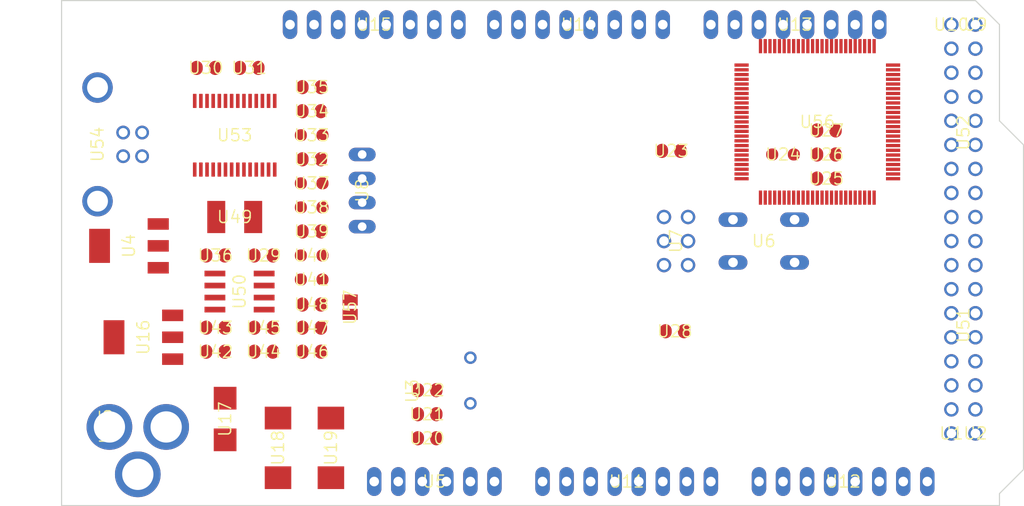
<source format=kicad_pcb>
(kicad_pcb (version 20221018) (generator pcbnew)
  (layers (0 "F.Cu" signal "Top") (31 "B.Cu" signal "Bottom") (34 "B.Paste" user) (35 "F.Paste" user) (36 "B.SilkS" user "B.Silkscreen") (37 "F.SilkS" user "F.Silkscreen") (38 "B.Mask" user) (39 "F.Mask" user) (44 "Edge.Cuts" user))
  (net 0 "")
  (net 1 "+5V")
  (net 2 "GND")
  (net 3 "N$6")
  (net 4 "N$7")
  (net 5 "AREF")
  (net 6 "RESET")
  (net 7 "VIN")
  (net 8 "N$3")
  (net 9 "PWRIN")
  (net 10 "M8RXD")
  (net 11 "M8TXD")
  (net 12 "ADC0")
  (net 13 "ADC2")
  (net 14 "ADC1")
  (net 15 "ADC3")
  (net 16 "ADC4")
  (net 17 "ADC5")
  (net 18 "ADC6")
  (net 19 "ADC7")
  (net 20 "+3V3")
  (net 21 "SDA")
  (net 22 "SCL")
  (net 23 "ADC9")
  (net 24 "ADC8")
  (net 25 "ADC10")
  (net 26 "ADC11")
  (net 27 "ADC12")
  (net 28 "ADC13")
  (net 29 "ADC14")
  (net 30 "ADC15")
  (net 31 "PB3")
  (net 32 "PB2")
  (net 33 "PB1")
  (net 34 "PB5")
  (net 35 "PB4")
  (net 36 "PE5")
  (net 37 "PE4")
  (net 38 "PE3")
  (net 39 "PE1")
  (net 40 "PE0")
  (net 41 "N$15")
  (net 42 "N$53")
  (net 43 "N$54")
  (net 44 "N$55")
  (net 45 "D-")
  (net 46 "D+")
  (net 47 "N$60")
  (net 48 "DTR")
  (net 49 "USBVCC")
  (net 50 "N$2")
  (net 51 "N$4")
  (net 52 "GATE_CMD")
  (net 53 "CMP")
  (net 54 "PB6")
  (net 55 "PH3")
  (net 56 "PH4")
  (net 57 "PH5")
  (net 58 "PH6")
  (net 59 "PG5")
  (net 60 "RXD1")
  (net 61 "TXD1")
  (net 62 "RXD2")
  (net 63 "RXD3")
  (net 64 "TXD2")
  (net 65 "TXD3")
  (net 66 "PC0")
  (net 67 "PC1")
  (net 68 "PC2")
  (net 69 "PC3")
  (net 70 "PC4")
  (net 71 "PC5")
  (net 72 "PC6")
  (net 73 "PC7")
  (net 74 "PB0")
  (net 75 "PG0")
  (net 76 "PG1")
  (net 77 "PG2")
  (net 78 "PD7")
  (net 79 "PA0")
  (net 80 "PA1")
  (net 81 "PA2")
  (net 82 "PA3")
  (net 83 "PA4")
  (net 84 "PA5")
  (net 85 "PA6")
  (net 86 "PA7")
  (net 87 "PL0")
  (net 88 "PL1")
  (net 89 "PL2")
  (net 90 "PL3")
  (net 91 "PL4")
  (net 92 "PL5")
  (net 93 "PL6")
  (net 94 "PL7")
  (net 95 "PB7")
  (net 96 "CTS")
  (net 97 "DSR")
  (net 98 "DCD")
  (net 99 "RI")
  (footprint "Arduino_MEGA_Reference_Design:2X03" (layer "F.Cu") (at 162.5981 103.7336 -90)
    (fp_text reference "U7")
    (fp_text value "")
  )
  (footprint "Arduino_MEGA_Reference_Design:1X08" (layer "F.Cu") (at 152.3111 80.8736 180)
    (fp_text reference "U14")
    (fp_text value "")
  )
  (footprint "Arduino_MEGA_Reference_Design:1X08" (layer "F.Cu") (at 130.7211 80.8736 180)
    (fp_text reference "U15")
    (fp_text value "")
  )
  (footprint "Arduino_MEGA_Reference_Design:SMC_D" (layer "F.Cu") (at 120.5611 125.5776 -90)
    (fp_text reference "U18")
    (fp_text value "")
  )
  (footprint "Arduino_MEGA_Reference_Design:SMC_D" (layer "F.Cu") (at 126.1491 125.5776 -90)
    (fp_text reference "U19")
    (fp_text value "")
  )
  (footprint "Arduino_MEGA_Reference_Design:B3F-10XX" (layer "F.Cu") (at 171.8691 103.7336 180)
    (fp_text reference "U6")
    (fp_text value "")
  )
  (footprint "Arduino_MEGA_Reference_Design:0805RND" (layer "F.Cu") (at 173.9011 94.5896 180)
    (fp_text reference "U24")
    (fp_text value "")
  )
  (footprint "Arduino_MEGA_Reference_Design:SMB" (layer "F.Cu") (at 114.9731 122.5296 -90)
    (fp_text reference "U17")
    (fp_text value "")
  )
  (footprint "Arduino_MEGA_Reference_Design:DC-21MM" (layer "F.Cu") (at 103.0351 123.2916 90)
    (fp_text reference "U55")
    (fp_text value "")
  )
  (footprint "Arduino_MEGA_Reference_Design:HC49_S" (layer "F.Cu") (at 140.8811 118.4656 90)
    (fp_text reference "U3")
    (fp_text value "")
  )
  (footprint "Arduino_MEGA_Reference_Design:SOT223" (layer "F.Cu") (at 106.3371 113.8936 90)
    (fp_text reference "U16")
    (fp_text value "")
  )
  (footprint "Arduino_MEGA_Reference_Design:1X06" (layer "F.Cu") (at 137.0711 129.1336)
    (fp_text reference "U5")
    (fp_text value "")
  )
  (footprint "Arduino_MEGA_Reference_Design:C0805RND" (layer "F.Cu") (at 124.1171 87.4776)
    (fp_text reference "U35")
    (fp_text value "")
  )
  (footprint "Arduino_MEGA_Reference_Design:C0805RND" (layer "F.Cu") (at 162.4711 113.2586)
    (fp_text reference "U28")
    (fp_text value "")
  )
  (footprint "Arduino_MEGA_Reference_Design:C0805RND" (layer "F.Cu") (at 136.3091 122.0216)
    (fp_text reference "U21")
    (fp_text value "")
  )
  (footprint "Arduino_MEGA_Reference_Design:C0805RND" (layer "F.Cu") (at 136.3091 119.4816)
    (fp_text reference "U22")
    (fp_text value "")
  )
  (footprint "Arduino_MEGA_Reference_Design:C0805RND" (layer "F.Cu") (at 113.9571 112.8776)
    (fp_text reference "U43")
    (fp_text value "")
  )
  (footprint "Arduino_MEGA_Reference_Design:RCL_0805RND" (layer "F.Cu") (at 124.1171 105.2576)
    (fp_text reference "U40")
    (fp_text value "")
  )
  (footprint "Arduino_MEGA_Reference_Design:RCL_0805RND" (layer "F.Cu") (at 124.1171 107.7976)
    (fp_text reference "U41")
    (fp_text value "")
  )
  (footprint "Arduino_MEGA_Reference_Design:1X08" (layer "F.Cu") (at 157.3911 129.1336)
    (fp_text reference "U11")
    (fp_text value "")
  )
  (footprint "Arduino_MEGA_Reference_Design:1X08" (layer "F.Cu") (at 175.1711 80.8736 180)
    (fp_text reference "U13")
    (fp_text value "")
  )
  (footprint "Arduino_MEGA_Reference_Design:R0805RND" (layer "F.Cu") (at 178.4731 94.5896 180)
    (fp_text reference "U26")
    (fp_text value "")
  )
  (footprint "Arduino_MEGA_Reference_Design:R0805RND" (layer "F.Cu") (at 178.4731 92.0496 180)
    (fp_text reference "U27")
    (fp_text value "")
  )
  (footprint "Arduino_MEGA_Reference_Design:TQFP100" (layer "F.Cu") (at 177.52243041992188 91.14759826660156 0)
    (fp_text reference "U56")
    (fp_text value "")
  )
  (footprint "Arduino_MEGA_Reference_Design:C0805RND" (layer "F.Cu") (at 162.0901 94.2086 180)
    (fp_text reference "U23")
    (fp_text value "")
  )
  (footprint "Arduino_MEGA_Reference_Design:C0805RND" (layer "F.Cu") (at 136.3091 124.5616)
    (fp_text reference "U20")
    (fp_text value "")
  )
  (footprint "Arduino_MEGA_Reference_Design:1X08" (layer "F.Cu") (at 180.2511 129.1336)
    (fp_text reference "U12")
    (fp_text value "")
  )
  (footprint "Arduino_MEGA_Reference_Design:R0805RND" (layer "F.Cu") (at 124.1171 112.8776)
    (fp_text reference "U47")
    (fp_text value "")
  )
  (footprint "Arduino_MEGA_Reference_Design:C0805RND" (layer "F.Cu") (at 124.1171 115.4176)
    (fp_text reference "U46")
    (fp_text value "")
  )
  (footprint "Arduino_MEGA_Reference_Design:C0805RND" (layer "F.Cu") (at 113.9571 105.2576)
    (fp_text reference "U36")
    (fp_text value "")
  )
  (footprint "Arduino_MEGA_Reference_Design:C0805RND" (layer "F.Cu") (at 112.9411 85.4456)
    (fp_text reference "U30")
    (fp_text value "")
  )
  (footprint "Arduino_MEGA_Reference_Design:0805RND" (layer "F.Cu") (at 124.1171 100.1776 180)
    (fp_text reference "U38")
    (fp_text value "")
  )
  (footprint "Arduino_MEGA_Reference_Design:0805RND" (layer "F.Cu") (at 124.1171 97.6376 180)
    (fp_text reference "U37")
    (fp_text value "")
  )
  (footprint "Arduino_MEGA_Reference_Design:R0805RND" (layer "F.Cu") (at 124.1171 95.0976)
    (fp_text reference "U32")
    (fp_text value "")
  )
  (footprint "Arduino_MEGA_Reference_Design:R0805RND" (layer "F.Cu") (at 124.1171 102.7176)
    (fp_text reference "U39")
    (fp_text value "")
  )
  (footprint "Arduino_MEGA_Reference_Design:SSOP28" (layer "F.Cu") (at 115.9891 92.5576)
    (fp_text reference "U53")
    (fp_text value "")
  )
  (footprint "Arduino_MEGA_Reference_Design:PN61729" (layer "F.Cu") (at 98.9584 93.5228 -90)
    (fp_text reference "U54")
    (fp_text value "")
  )
  (footprint "Arduino_MEGA_Reference_Design:L1812" (layer "F.Cu") (at 115.9891 101.1936)
    (fp_text reference "U49")
    (fp_text value "")
  )
  (footprint "Arduino_MEGA_Reference_Design:C0805RND" (layer "F.Cu") (at 117.5131 85.4456)
    (fp_text reference "U31")
    (fp_text value "")
  )
  (footprint "Arduino_MEGA_Reference_Design:0805RND" (layer "F.Cu") (at 124.1171 92.5576 180)
    (fp_text reference "U33")
    (fp_text value "")
  )
  (footprint "Arduino_MEGA_Reference_Design:R0805RND" (layer "F.Cu") (at 124.1171 90.0176 180)
    (fp_text reference "U34")
    (fp_text value "")
  )
  (footprint "Arduino_MEGA_Reference_Design:C0805RND" (layer "F.Cu") (at 124.1171 110.4392 180)
    (fp_text reference "U48")
    (fp_text value "")
  )
  (footprint "Arduino_MEGA_Reference_Design:SOT223" (layer "F.Cu") (at 104.8131 104.2416 90)
    (fp_text reference "U4")
    (fp_text value "")
  )
  (footprint "Arduino_MEGA_Reference_Design:SO08" (layer "F.Cu") (at 116.4971 109.0676 -90)
    (fp_text reference "U50")
    (fp_text value "")
  )
  (footprint "Arduino_MEGA_Reference_Design:R0805RND" (layer "F.Cu") (at 113.9571 115.4176 180)
    (fp_text reference "U42")
    (fp_text value "")
  )
  (footprint "Arduino_MEGA_Reference_Design:R0805RND" (layer "F.Cu") (at 119.0371 112.8776 180)
    (fp_text reference "U45")
    (fp_text value "")
  )
  (footprint "Arduino_MEGA_Reference_Design:C0805RND" (layer "F.Cu") (at 119.0371 115.4176 180)
    (fp_text reference "U44")
    (fp_text value "")
  )
  (footprint "Arduino_MEGA_Reference_Design:C0805RND" (layer "F.Cu") (at 119.0371 105.2576)
    (fp_text reference "U29")
    (fp_text value "")
  )
  (footprint "Arduino_MEGA_Reference_Design:2X08" (layer "F.Cu") (at 192.9511 92.3036 90)
    (fp_text reference "U52")
    (fp_text value "")
  )
  (footprint "Arduino_MEGA_Reference_Design:2X08" (layer "F.Cu") (at 192.9511 112.6236 90)
    (fp_text reference "U51")
    (fp_text value "")
  )
  (footprint "Arduino_MEGA_Reference_Design:R0805RND" (layer "F.Cu") (at 178.4731 97.1296 180)
    (fp_text reference "U25")
    (fp_text value "")
  )
  (footprint "Arduino_MEGA_Reference_Design:1X01" (layer "F.Cu") (at 191.6811 80.8736)
    (fp_text reference "U10")
    (fp_text value "")
  )
  (footprint "Arduino_MEGA_Reference_Design:1X01" (layer "F.Cu") (at 194.2211 80.8736)
    (fp_text reference "U9")
    (fp_text value "")
  )
  (footprint "Arduino_MEGA_Reference_Design:1X01" (layer "F.Cu") (at 191.6811 124.0536)
    (fp_text reference "U1")
    (fp_text value "")
  )
  (footprint "Arduino_MEGA_Reference_Design:1X01" (layer "F.Cu") (at 194.2211 124.0536)
    (fp_text reference "U2")
    (fp_text value "")
  )
  (footprint "Arduino_MEGA_Reference_Design:SJ" (layer "F.Cu") (at 128.1811 110.7186 -90)
    (fp_text reference "U57")
    (fp_text value "")
  )
  (footprint "Arduino_MEGA_Reference_Design:JP4" (layer "F.Cu") (at 129.4511 98.3996 -90)
    (fp_text reference "U8")
    (fp_text value "")
  )
  (gr_line (start 196.7611 80.8736) (end 196.7611 91.0336) (layer "Edge.Cuts") (width 0.12))
  (gr_line (start 196.7611 130.4036) (end 196.7611 131.6736) (layer "Edge.Cuts") (width 0.12))
  (gr_line (start 194.2211 78.3336) (end 196.7611 80.8736) (layer "Edge.Cuts") (width 0.12))
  (gr_line (start 97.7011 78.3336) (end 194.2211 78.3336) (layer "Edge.Cuts") (width 0.12))
  (gr_line (start 196.7611 91.0336) (end 199.3011 93.5736) (layer "Edge.Cuts") (width 0.12))
  (gr_line (start 97.7011 131.6736) (end 97.7011 78.3336) (layer "Edge.Cuts") (width 0.12))
  (gr_line (start 196.7611 131.6736) (end 97.7011 131.6736) (layer "Edge.Cuts") (width 0.12))
  (gr_line (start 199.3011 93.5736) (end 199.3011 127.8636) (layer "Edge.Cuts") (width 0.12))
  (gr_line (start 199.3011 127.8636) (end 196.7611 130.4036) (layer "Edge.Cuts") (width 0.12))
)
</source>
